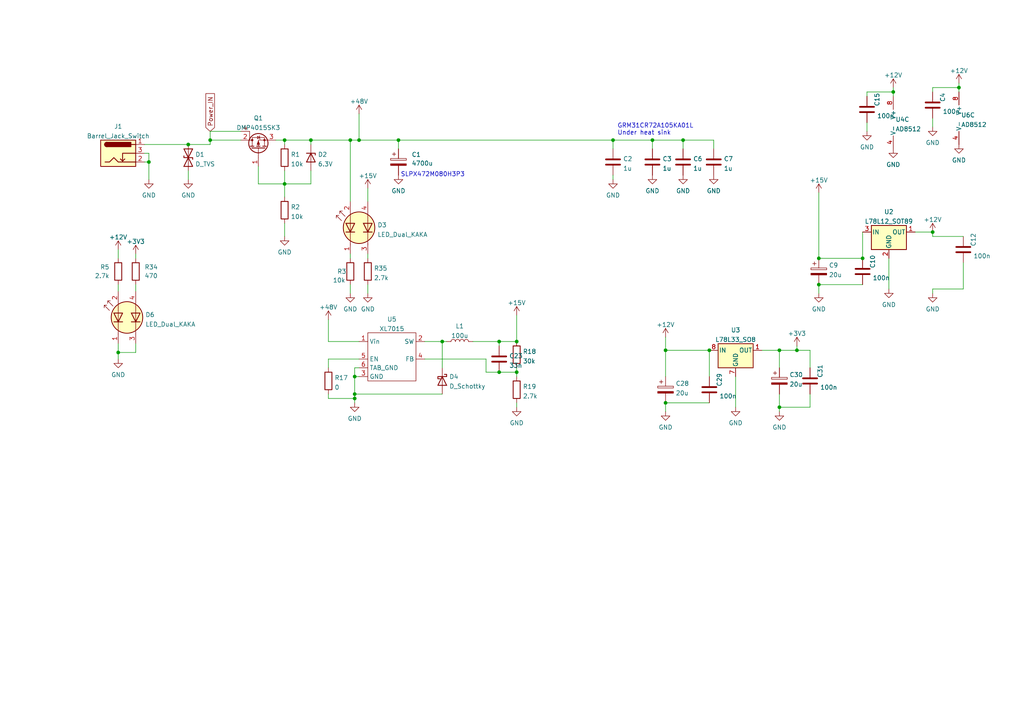
<source format=kicad_sch>
(kicad_sch (version 20231120) (generator "eeschema") (generator_version "8.0")
  (paper "A4")
  (lib_symbols
    (symbol "Amplifier_Operational:NE5532" (pin_names (offset 0.127))
      (property "Reference" "U" (at 0 5.08 0))
      (property "Value" "NE5532" (at 0 -5.08 0))
      (symbol "NE5532_1_1"
        (polyline (pts (xy -5.08 5.08) (xy 5.08 0) (xy -5.08 -5.08) (xy -5.08 5.08)) (stroke (width 0.254)) (fill (type background)))
        (pin output line (at 7.62 0 180) (length 2.54) (name "~") (number "1"))
        (pin input line (at -7.62 -2.54 0) (length 2.54) (name "-") (number "2"))
        (pin input line (at -7.62 2.54 0) (length 2.54) (name "+") (number "3"))
      )
      (symbol "NE5532_2_1"
        (polyline (pts (xy -5.08 5.08) (xy 5.08 0) (xy -5.08 -5.08) (xy -5.08 5.08)) (stroke (width 0.254)) (fill (type background)))
        (pin input line (at -7.62 2.54 0) (length 2.54) (name "+") (number "5"))
        (pin input line (at -7.62 -2.54 0) (length 2.54) (name "-") (number "6"))
        (pin output line (at 7.62 0 180) (length 2.54) (name "~") (number "7"))
      )
      (symbol "NE5532_3_1"
        (pin power_in line (at -2.54 -7.62 90) (length 3.81) (name "V-") (number "4"))
        (pin power_in line (at -2.54 7.62 270) (length 3.81) (name "V+") (number "8"))
      )
    )
    (symbol "Connector:Barrel_Jack_Switch" (pin_names hide)
      (property "Reference" "J" (at 0 5.334 0))
      (property "Value" "Barrel_Jack_Switch" (at 0 -5.08 0))
      (symbol "Barrel_Jack_Switch_0_1"
        (rectangle (start -5.08 3.81) (end 5.08 -3.81) (stroke (width 0.254)) (fill (type background)))
        (arc (start -3.302 3.175) (mid -3.9342 2.54) (end -3.302 1.905) (stroke (width 0.254)))
        (arc (start -3.302 3.175) (mid -3.9342 2.54) (end -3.302 1.905) (stroke (width 0.254)) (fill (type outline)))
        (polyline (pts (xy 1.27 -2.286) (xy 1.905 -1.651)) (stroke (width 0.254)))
        (polyline (pts (xy 5.08 2.54) (xy 3.81 2.54)) (stroke (width 0.254)))
        (polyline (pts (xy 5.08 0) (xy 1.27 0) (xy 1.27 -2.286) (xy 0.635 -1.651)) (stroke (width 0.254)))
        (polyline (pts (xy -3.81 -2.54) (xy -2.54 -2.54) (xy -1.27 -1.27) (xy 0 -2.54) (xy 2.54 -2.54) (xy 5.08 -2.54)) (stroke (width 0.254)))
        (rectangle (start 3.683 3.175) (end -3.302 1.905) (stroke (width 0.254)) (fill (type outline)))
      )
      (symbol "Barrel_Jack_Switch_1_1"
        (pin passive line (at 7.62 2.54 180) (length 2.54) (name "~") (number "1"))
        (pin passive line (at 7.62 -2.54 180) (length 2.54) (name "~") (number "2"))
        (pin passive line (at 7.62 0 180) (length 2.54) (name "~") (number "3"))
      )
    )
    (symbol "Device:C" (pin_numbers hide) (pin_names (offset 0.254))
      (property "Reference" "C" (at 0.635 2.54 0))
      (property "Value" "C" (at 0.635 -2.54 0))
      (symbol "C_0_1"
        (polyline (pts (xy -2.032 -0.762) (xy 2.032 -0.762)) (stroke (width 0.508)))
        (polyline (pts (xy -2.032 0.762) (xy 2.032 0.762)) (stroke (width 0.508)))
      )
      (symbol "C_1_1"
        (pin passive line (at 0 3.81 270) (length 2.794) (name "~") (number "1"))
        (pin passive line (at 0 -3.81 90) (length 2.794) (name "~") (number "2"))
      )
    )
    (symbol "Device:C_Polarized" (pin_numbers hide) (pin_names (offset 0.254))
      (property "Reference" "C" (at 0.635 2.54 0))
      (property "Value" "C_Polarized" (at 0.635 -2.54 0))
      (symbol "C_Polarized_0_1"
        (rectangle (start -2.286 0.508) (end 2.286 1.016))
        (polyline (pts (xy -1.778 2.286) (xy -0.762 2.286)))
        (polyline (pts (xy -1.27 2.794) (xy -1.27 1.778)))
        (rectangle (start 2.286 -0.508) (end -2.286 -1.016) (fill (type outline)))
      )
      (symbol "C_Polarized_1_1"
        (pin passive line (at 0 3.81 270) (length 2.794) (name "~") (number "1"))
        (pin passive line (at 0 -3.81 90) (length 2.794) (name "~") (number "2"))
      )
    )
    (symbol "Device:D_Schottky" (pin_numbers hide) (pin_names (offset 1.016) hide)
      (property "Reference" "D" (at 0 2.54 0))
      (property "Value" "D_Schottky" (at 0 -2.54 0))
      (symbol "D_Schottky_0_1"
        (polyline (pts (xy 1.27 0) (xy -1.27 0)))
        (polyline (pts (xy 1.27 1.27) (xy 1.27 -1.27) (xy -1.27 0) (xy 1.27 1.27)) (stroke (width 0.254)))
        (polyline (pts (xy -1.905 0.635) (xy -1.905 1.27) (xy -1.27 1.27) (xy -1.27 -1.27) (xy -0.635 -1.27) (xy -0.635 -0.635)) (stroke (width 0.254)))
      )
      (symbol "D_Schottky_1_1"
        (pin passive line (at -3.81 0 0) (length 2.54) (name "K") (number "1"))
        (pin passive line (at 3.81 0 180) (length 2.54) (name "A") (number "2"))
      )
    )
    (symbol "Device:D_TVS" (pin_numbers hide) (pin_names (offset 1.016) hide)
      (property "Reference" "D" (at 0 2.54 0))
      (property "Value" "D_TVS" (at 0 -2.54 0))
      (symbol "D_TVS_0_1"
        (polyline (pts (xy 1.27 0) (xy -1.27 0)))
        (polyline (pts (xy 0.508 1.27) (xy 0 1.27) (xy 0 -1.27) (xy -0.508 -1.27)) (stroke (width 0.254)))
        (polyline (pts (xy -2.54 1.27) (xy -2.54 -1.27) (xy 2.54 1.27) (xy 2.54 -1.27) (xy -2.54 1.27)) (stroke (width 0.254)))
      )
      (symbol "D_TVS_1_1"
        (pin passive line (at -3.81 0 0) (length 2.54) (name "A1") (number "1"))
        (pin passive line (at 3.81 0 180) (length 2.54) (name "A2") (number "2"))
      )
    )
    (symbol "Device:D_Zener" (pin_numbers hide) (pin_names (offset 1.016) hide)
      (property "Reference" "D" (at 0 2.54 0))
      (property "Value" "D_Zener" (at 0 -2.54 0))
      (symbol "D_Zener_0_1"
        (polyline (pts (xy 1.27 0) (xy -1.27 0)))
        (polyline (pts (xy -1.27 -1.27) (xy -1.27 1.27) (xy -0.762 1.27)) (stroke (width 0.254)))
        (polyline (pts (xy 1.27 -1.27) (xy 1.27 1.27) (xy -1.27 0) (xy 1.27 -1.27)) (stroke (width 0.254)))
      )
      (symbol "D_Zener_1_1"
        (pin passive line (at -3.81 0 0) (length 2.54) (name "K") (number "1"))
        (pin passive line (at 3.81 0 180) (length 2.54) (name "A") (number "2"))
      )
    )
    (symbol "Device:L" (pin_numbers hide) (pin_names (offset 1.016) hide)
      (property "Reference" "L" (at -1.27 0 90))
      (property "Value" "L" (at 1.905 0 90))
      (symbol "L_0_1"
        (arc (start 0 -2.54) (mid 0.6323 -1.905) (end 0 -1.27))
        (arc (start 0 -1.27) (mid 0.6323 -0.635) (end 0 0))
        (arc (start 0 0) (mid 0.6323 0.635) (end 0 1.27))
        (arc (start 0 1.27) (mid 0.6323 1.905) (end 0 2.54))
      )
      (symbol "L_1_1"
        (pin passive line (at 0 3.81 270) (length 1.27) (name "1") (number "1"))
        (pin passive line (at 0 -3.81 90) (length 1.27) (name "2") (number "2"))
      )
    )
    (symbol "Device:LED_Dual_KAKA" (pin_names (offset 0) hide)
      (property "Reference" "D" (at 0 5.715 0))
      (property "Value" "LED_Dual_KAKA" (at 0 -6.35 0))
      (symbol "LED_Dual_KAKA_0_1"
        (polyline (pts (xy -5.08 -2.54) (xy 2.032 -2.54)))
        (polyline (pts (xy -5.08 2.54) (xy 2.032 2.54)))
        (polyline (pts (xy -1.27 -1.27) (xy -1.27 -3.81)) (stroke (width 0.254)))
        (polyline (pts (xy -1.27 3.81) (xy -1.27 1.27)) (stroke (width 0.254)))
        (polyline (pts (xy 3.81 -2.54) (xy 1.905 -2.54)))
        (polyline (pts (xy 3.81 2.54) (xy 1.905 2.54)))
        (polyline (pts (xy 1.27 -1.27) (xy 1.27 -3.81) (xy -1.27 -2.54) (xy 1.27 -1.27)) (stroke (width 0.254)))
        (polyline (pts (xy 1.27 3.81) (xy 1.27 1.27) (xy -1.27 2.54) (xy 1.27 3.81)) (stroke (width 0.254)))
        (polyline (pts (xy 2.032 5.08) (xy 3.556 6.604) (xy 2.794 6.604) (xy 3.556 6.604) (xy 3.556 5.842)))
        (polyline (pts (xy 3.302 4.064) (xy 4.826 5.588) (xy 4.064 5.588) (xy 4.826 5.588) (xy 4.826 4.826)))
        (circle (center 0 0) (radius 4.572) (stroke (width 0.254)) (fill (type background)))
      )
      (symbol "LED_Dual_KAKA_1_1"
        (pin input line (at -7.62 2.54 0) (length 3.048) (name "A1") (number "1"))
        (pin input line (at 7.62 2.54 180) (length 3.81) (name "K1") (number "2"))
        (pin input line (at -7.62 -2.54 0) (length 3.048) (name "A2") (number "3"))
        (pin input line (at 7.62 -2.54 180) (length 3.81) (name "K2") (number "4"))
      )
    )
    (symbol "Device:R" (pin_numbers hide) (pin_names (offset 0))
      (property "Reference" "R" (at 2.032 0 90))
      (property "Value" "R" (at 0 0 90))
      (symbol "R_0_1"
        (rectangle (start -1.016 -2.54) (end 1.016 2.54) (stroke (width 0.254)))
      )
      (symbol "R_1_1"
        (pin passive line (at 0 3.81 270) (length 1.27) (name "~") (number "1"))
        (pin passive line (at 0 -3.81 90) (length 1.27) (name "~") (number "2"))
      )
    )
    (symbol "Eli:DMP4015SK3" (pin_names (offset 0) hide)
      (property "Reference" "Q" (at 5.08 1.27 0))
      (property "Value" "DMP4015SK3" (at 5.08 -1.27 0))
      (symbol "DMP4015SK3_0_1"
        (polyline (pts (xy 0.254 0) (xy -2.54 0)))
        (polyline (pts (xy 0.254 1.905) (xy 0.254 -1.905)) (stroke (width 0.254)))
        (polyline (pts (xy 0.762 -1.27) (xy 0.762 -2.286)) (stroke (width 0.254)))
        (polyline (pts (xy 0.762 0.508) (xy 0.762 -0.508)) (stroke (width 0.254)))
        (polyline (pts (xy 0.762 2.286) (xy 0.762 1.27)) (stroke (width 0.254)))
        (polyline (pts (xy 2.54 -2.54) (xy 2.54 0) (xy 0.762 0)))
        (polyline (pts (xy 5.08 2.54) (xy 2.54 2.54) (xy 2.54 1.778)))
        (polyline (pts (xy 0.762 1.778) (xy 3.302 1.778) (xy 3.302 -1.778) (xy 0.762 -1.778)))
        (polyline (pts (xy 2.286 0) (xy 1.27 0.381) (xy 1.27 -0.381) (xy 2.286 0)) (fill (type outline)))
        (polyline (pts (xy 2.794 -0.508) (xy 2.921 -0.381) (xy 3.683 -0.381) (xy 3.81 -0.254)))
        (polyline (pts (xy 3.302 -0.381) (xy 2.921 0.254) (xy 3.683 0.254) (xy 3.302 -0.381)))
        (circle (center 1.651 0) (radius 2.794) (stroke (width 0.254)))
        (circle (center 2.54 -1.778) (radius 0.254) (fill (type outline)))
        (circle (center 2.54 1.778) (radius 0.254) (fill (type outline)))
      )
      (symbol "DMP4015SK3_1_1"
        (pin input line (at -5.08 0 0) (length 2.54) (name "G") (number "1"))
        (pin passive line (at 2.54 5.08 270) (length 2.54) (name "D") (number "2"))
        (pin passive line (at 2.54 -5.08 90) (length 2.54) (name "S") (number "3"))
        (pin passive line (at 5.08 5.08 270) (length 2.54) (name "D") (number "4"))
      )
    )
    (symbol "Eli_v6Lib:XL7015"
      (property "Reference" "U" (at 0 0 0))
      (property "Value" "XL7015" (at 0 2.54 0))
      (symbol "XL7015_0_1"
        (rectangle (start -6.35 7.62) (end 7.62 -6.35) (stroke (width 0.1524)))
      )
      (symbol "XL7015_1_1"
        (pin input line (at -8.89 5.08 0) (length 2.54) (name "Vin") (number "1"))
        (pin input line (at 10.16 5.08 180) (length 2.54) (name "SW") (number "2"))
        (pin power_in line (at -8.89 -5.08 0) (length 2.54) (name "GND") (number "3"))
        (pin power_in line (at 10.16 0 180) (length 2.54) (name "FB") (number "4"))
        (pin power_in line (at -8.89 0 0) (length 2.54) (name "EN") (number "5"))
        (pin power_in line (at -8.89 -2.54 0) (length 2.54) (name "TAB_GND") (number "6"))
      )
    )
    (symbol "Regulator_Linear:L78L12_SOT89" (pin_names (offset 0.254))
      (property "Reference" "U" (at -3.81 3.175 0))
      (property "Value" "L78L12_SOT89" (at -0.635 3.175 0))
      (symbol "L78L12_SOT89_0_1"
        (rectangle (start -5.08 1.905) (end 5.08 -5.08) (stroke (width 0.254)) (fill (type background)))
      )
      (symbol "L78L12_SOT89_1_1"
        (pin power_out line (at 7.62 0 180) (length 2.54) (name "OUT") (number "1"))
        (pin power_in line (at 0 -7.62 90) (length 2.54) (name "GND") (number "2"))
        (pin power_in line (at -7.62 0 0) (length 2.54) (name "IN") (number "3"))
      )
    )
    (symbol "Regulator_Linear:L78L33_SO8" (pin_names (offset 0.254))
      (property "Reference" "U" (at -3.81 3.175 0))
      (property "Value" "L78L33_SO8" (at 0 3.175 0))
      (symbol "L78L33_SO8_0_1"
        (rectangle (start -5.08 1.905) (end 5.08 -5.08) (stroke (width 0.254)) (fill (type background)))
      )
      (symbol "L78L33_SO8_1_1"
        (pin power_out line (at 7.62 0 180) (length 2.54) (name "OUT") (number "1"))
        (pin passive line (at 0 -7.62 90) (length 2.54) hide (name "GND") (number "2"))
        (pin passive line (at 0 -7.62 90) (length 2.54) hide (name "GND") (number "3"))
        (pin no_connect line (at -5.08 -2.54 0) (length 2.54) hide (name "NC") (number "4"))
        (pin no_connect line (at 5.08 -2.54 180) (length 2.54) hide (name "NC") (number "5"))
        (pin passive line (at 0 -7.62 90) (length 2.54) hide (name "GND") (number "6"))
        (pin power_in line (at 0 -7.62 90) (length 2.54) (name "GND") (number "7"))
        (pin power_in line (at -7.62 0 0) (length 2.54) (name "IN") (number "8"))
      )
    )
    (symbol "power:+12V" (power) (pin_names (offset 0))
      (property "Value" "+12V" (at 0 3.556 0))
      (symbol "+12V_0_1"
        (polyline (pts (xy -0.762 1.27) (xy 0 2.54)))
        (polyline (pts (xy 0 0) (xy 0 2.54)))
        (polyline (pts (xy 0 2.54) (xy 0.762 1.27)))
      )
      (symbol "+12V_1_1"
        (pin power_in line (at 0 0 90) (length 0) hide (name "+12V") (number "1"))
      )
    )
    (symbol "power:+15V" (power) (pin_names (offset 0))
      (property "Value" "+15V" (at 0 3.556 0))
      (symbol "+15V_0_1"
        (polyline (pts (xy -0.762 1.27) (xy 0 2.54)))
        (polyline (pts (xy 0 0) (xy 0 2.54)))
        (polyline (pts (xy 0 2.54) (xy 0.762 1.27)))
      )
      (symbol "+15V_1_1"
        (pin power_in line (at 0 0 90) (length 0) hide (name "+15V") (number "1"))
      )
    )
    (symbol "power:+3.3V" (power) (pin_names (offset 0))
      (property "Value" "+3.3V" (at 0 3.556 0))
      (symbol "+3.3V_0_1"
        (polyline (pts (xy -0.762 1.27) (xy 0 2.54)))
        (polyline (pts (xy 0 0) (xy 0 2.54)))
        (polyline (pts (xy 0 2.54) (xy 0.762 1.27)))
      )
      (symbol "+3.3V_1_1"
        (pin power_in line (at 0 0 90) (length 0) hide (name "+3V3") (number "1"))
      )
    )
    (symbol "power:+48V" (power) (pin_names (offset 0))
      (property "Value" "+48V" (at 0 3.556 0))
      (symbol "+48V_0_1"
        (polyline (pts (xy -0.762 1.27) (xy 0 2.54)))
        (polyline (pts (xy 0 0) (xy 0 2.54)))
        (polyline (pts (xy 0 2.54) (xy 0.762 1.27)))
      )
      (symbol "+48V_1_1"
        (pin power_in line (at 0 0 90) (length 0) hide (name "+48V") (number "1"))
      )
    )
    (symbol "power:GND" (power) (pin_names (offset 0))
      (property "Value" "GND" (at 0 -3.81 0))
      (symbol "GND_0_1"
        (polyline (pts (xy 0 0) (xy 0 -1.27) (xy 1.27 -1.27) (xy 0 -2.54) (xy -1.27 -1.27) (xy 0 -1.27)))
      )
      (symbol "GND_1_1"
        (pin power_in line (at 0 0 270) (length 0) hide (name "GND") (number "1"))
      )
    )
  )
  (junction (at 226.06 101.6))
  (junction (at 237.49 74.93))
  (junction (at 90.17 40.64))
  (junction (at 54.61 41.91))
  (junction (at 144.78 107.95))
  (junction (at 144.78 99.06))
  (junction (at 60.96 40.64))
  (junction (at 278.13 25.4))
  (junction (at 115.57 40.64))
  (junction (at 250.19 74.93))
  (junction (at 149.86 107.95))
  (junction (at 102.87 115.57))
  (junction (at 270.51 67.31))
  (junction (at 193.04 101.6))
  (junction (at 205.74 101.6))
  (junction (at 104.14 40.64))
  (junction (at 128.27 99.06))
  (junction (at 237.49 82.55))
  (junction (at 102.87 114.3))
  (junction (at 149.86 99.06))
  (junction (at 231.14 101.6))
  (junction (at 102.87 109.22))
  (junction (at 177.8 40.64))
  (junction (at 189.23 40.64))
  (junction (at 226.06 118.11))
  (junction (at 34.29 102.235))
  (junction (at 259.08 26.67))
  (junction (at 101.6 40.64))
  (junction (at 82.55 53.34))
  (junction (at 193.04 116.84))
  (junction (at 43.18 46.99))
  (junction (at 82.55 40.64))
  (junction (at 198.12 40.64))
  (wire (pts (xy 279.4 68.58) (xy 270.51 68.58)))
  (wire (pts (xy 259.08 26.67) (xy 259.08 27.94)))
  (wire (pts (xy 149.86 107.95) (xy 149.86 106.68)))
  (wire (pts (xy 104.14 106.68) (xy 102.87 106.68)))
  (wire (pts (xy 74.93 53.34) (xy 82.55 53.34)))
  (wire (pts (xy 257.81 74.93) (xy 257.81 83.82)))
  (wire (pts (xy 34.29 99.695) (xy 34.29 102.235)))
  (wire (pts (xy 82.55 53.34) (xy 82.55 49.53)))
  (wire (pts (xy 90.17 49.53) (xy 90.17 53.34)))
  (wire (pts (xy 104.14 33.02) (xy 104.14 40.64)))
  (wire (pts (xy 207.01 40.64) (xy 207.01 43.18)))
  (wire (pts (xy 128.27 99.06) (xy 128.27 106.68)))
  (wire (pts (xy 279.4 76.2) (xy 279.4 83.82)))
  (wire (pts (xy 39.37 102.235) (xy 34.29 102.235)))
  (wire (pts (xy 34.29 102.235) (xy 34.29 104.14)))
  (wire (pts (xy 177.8 40.64) (xy 177.8 43.18)))
  (wire (pts (xy 54.61 49.53) (xy 54.61 52.07)))
  (wire (pts (xy 226.06 101.6) (xy 226.06 106.68)))
  (wire (pts (xy 144.78 99.06) (xy 144.78 100.33)))
  (wire (pts (xy 251.46 26.67) (xy 259.08 26.67)))
  (wire (pts (xy 144.78 107.95) (xy 149.86 107.95)))
  (wire (pts (xy 106.68 82.55) (xy 106.68 85.09)))
  (wire (pts (xy 39.37 73.66) (xy 39.37 74.93)))
  (wire (pts (xy 60.96 40.64) (xy 69.85 40.64)))
  (wire (pts (xy 102.87 109.22) (xy 102.87 114.3)))
  (wire (pts (xy 234.95 106.68) (xy 234.95 101.6)))
  (wire (pts (xy 198.12 40.64) (xy 198.12 43.18)))
  (wire (pts (xy 259.08 25.4) (xy 259.08 26.67)))
  (wire (pts (xy 251.46 27.94) (xy 251.46 26.67)))
  (wire (pts (xy 34.29 82.55) (xy 34.29 84.455)))
  (wire (pts (xy 115.57 40.64) (xy 115.57 43.18)))
  (wire (pts (xy 104.14 99.06) (xy 95.25 99.06)))
  (wire (pts (xy 43.18 44.45) (xy 43.18 46.99)))
  (wire (pts (xy 237.49 55.88) (xy 237.49 74.93)))
  (wire (pts (xy 82.55 40.64) (xy 90.17 40.64)))
  (wire (pts (xy 177.8 40.64) (xy 189.23 40.64)))
  (wire (pts (xy 115.57 40.64) (xy 177.8 40.64)))
  (wire (pts (xy 193.04 97.79) (xy 193.04 101.6)))
  (wire (pts (xy 90.17 40.64) (xy 101.6 40.64)))
  (wire (pts (xy 95.25 114.3) (xy 95.25 115.57)))
  (wire (pts (xy 251.46 35.56) (xy 251.46 38.1)))
  (wire (pts (xy 270.51 83.82) (xy 270.51 85.09)))
  (wire (pts (xy 39.37 99.695) (xy 39.37 102.235)))
  (wire (pts (xy 140.97 104.14) (xy 140.97 107.95)))
  (wire (pts (xy 278.13 25.4) (xy 278.13 26.67)))
  (wire (pts (xy 102.87 114.3) (xy 128.27 114.3)))
  (wire (pts (xy 193.04 116.84) (xy 193.04 119.38)))
  (wire (pts (xy 41.91 44.45) (xy 43.18 44.45)))
  (wire (pts (xy 102.87 109.22) (xy 104.14 109.22)))
  (wire (pts (xy 95.25 99.06) (xy 95.25 92.71)))
  (wire (pts (xy 140.97 107.95) (xy 144.78 107.95)))
  (wire (pts (xy 177.8 50.8) (xy 177.8 52.07)))
  (wire (pts (xy 213.36 109.22) (xy 213.36 118.11)))
  (wire (pts (xy 231.14 101.6) (xy 226.06 101.6)))
  (wire (pts (xy 128.27 99.06) (xy 129.54 99.06)))
  (wire (pts (xy 279.4 83.82) (xy 270.51 83.82)))
  (wire (pts (xy 234.95 114.3) (xy 234.95 118.11)))
  (wire (pts (xy 270.51 26.67) (xy 270.51 25.4)))
  (wire (pts (xy 189.23 40.64) (xy 189.23 43.18)))
  (wire (pts (xy 270.51 67.31) (xy 270.51 68.58)))
  (wire (pts (xy 123.19 99.06) (xy 128.27 99.06)))
  (wire (pts (xy 101.6 73.66) (xy 101.6 74.93)))
  (wire (pts (xy 220.98 101.6) (xy 226.06 101.6)))
  (wire (pts (xy 250.19 82.55) (xy 237.49 82.55)))
  (wire (pts (xy 270.51 25.4) (xy 278.13 25.4)))
  (wire (pts (xy 231.14 101.6) (xy 231.14 100.33)))
  (wire (pts (xy 265.43 67.31) (xy 270.51 67.31)))
  (wire (pts (xy 80.01 40.64) (xy 82.55 40.64)))
  (wire (pts (xy 60.96 38.1) (xy 69.85 38.1)))
  (wire (pts (xy 270.51 34.29) (xy 270.51 36.83)))
  (wire (pts (xy 41.91 46.99) (xy 43.18 46.99)))
  (wire (pts (xy 90.17 53.34) (xy 82.55 53.34)))
  (wire (pts (xy 54.61 41.91) (xy 60.96 41.91)))
  (wire (pts (xy 205.74 116.84) (xy 193.04 116.84)))
  (wire (pts (xy 82.55 64.77) (xy 82.55 68.58)))
  (wire (pts (xy 237.49 74.93) (xy 250.19 74.93)))
  (wire (pts (xy 226.06 114.3) (xy 226.06 118.11)))
  (wire (pts (xy 205.74 109.22) (xy 205.74 101.6)))
  (wire (pts (xy 74.93 48.26) (xy 74.93 53.34)))
  (wire (pts (xy 43.18 46.99) (xy 43.18 52.07)))
  (wire (pts (xy 39.37 82.55) (xy 39.37 84.455)))
  (wire (pts (xy 82.55 53.34) (xy 82.55 57.15)))
  (wire (pts (xy 104.14 40.64) (xy 115.57 40.64)))
  (wire (pts (xy 82.55 40.64) (xy 82.55 41.91)))
  (wire (pts (xy 101.6 82.55) (xy 101.6 85.09)))
  (wire (pts (xy 234.95 118.11) (xy 226.06 118.11)))
  (wire (pts (xy 144.78 99.06) (xy 149.86 99.06)))
  (wire (pts (xy 149.86 107.95) (xy 149.86 109.22)))
  (wire (pts (xy 106.68 73.66) (xy 106.68 74.93)))
  (wire (pts (xy 234.95 101.6) (xy 231.14 101.6)))
  (wire (pts (xy 250.19 74.93) (xy 250.19 67.31)))
  (wire (pts (xy 41.91 41.91) (xy 54.61 41.91)))
  (wire (pts (xy 60.96 41.91) (xy 60.96 40.64)))
  (wire (pts (xy 95.25 115.57) (xy 102.87 115.57)))
  (wire (pts (xy 102.87 114.3) (xy 102.87 115.57)))
  (wire (pts (xy 102.87 115.57) (xy 102.87 116.84)))
  (wire (pts (xy 101.6 40.64) (xy 104.14 40.64)))
  (wire (pts (xy 102.87 106.68) (xy 102.87 109.22)))
  (wire (pts (xy 193.04 101.6) (xy 205.74 101.6)))
  (wire (pts (xy 137.16 99.06) (xy 144.78 99.06)))
  (wire (pts (xy 149.86 116.84) (xy 149.86 118.11)))
  (wire (pts (xy 193.04 101.6) (xy 193.04 109.22)))
  (wire (pts (xy 95.25 104.14) (xy 104.14 104.14)))
  (wire (pts (xy 34.29 72.39) (xy 34.29 74.93)))
  (wire (pts (xy 90.17 40.64) (xy 90.17 41.91)))
  (wire (pts (xy 60.96 40.64) (xy 60.96 38.1)))
  (wire (pts (xy 278.13 24.13) (xy 278.13 25.4)))
  (wire (pts (xy 149.86 91.44) (xy 149.86 99.06)))
  (wire (pts (xy 123.19 104.14) (xy 140.97 104.14)))
  (wire (pts (xy 101.6 40.64) (xy 101.6 58.42)))
  (wire (pts (xy 237.49 82.55) (xy 237.49 85.09)))
  (wire (pts (xy 189.23 40.64) (xy 198.12 40.64)))
  (wire (pts (xy 226.06 118.11) (xy 226.06 119.38)))
  (wire (pts (xy 106.68 54.61) (xy 106.68 58.42)))
  (wire (pts (xy 95.25 106.68) (xy 95.25 104.14)))
  (wire (pts (xy 198.12 40.64) (xy 207.01 40.64)))
  (text "GRM31CR72A105KA01L\nUnder heat sink" (at 179.07 39.37 0) (effects (font (size 1.27 1.27)) (justify left bottom)))
  (text "SLPX472M080H3P3" (at 116.205 51.435 0) (effects (font (size 1.27 1.27)) (justify left bottom)))
  (global_label "Power_IN" (shape input) (at 60.96 38.1 90) (property "Intersheetrefs" "${INTERSHEET_REFS}" (effects (hide yes))))
  (symbol (lib_id "Eli:DMP4015SK3") (at 74.93 43.18 90) (unit 1)
    (property "Reference" "Q1" (at 74.93 34.2605 90))
    (property "Value" "DMP4015SK3" (at 74.93 37.0356 90))
    (property "Footprint" "Package_TO_SOT_SMD:TO-252-3_TabPin4" (effects (hide yes)))
  )
  (symbol (lib_id "power:GND") (at 207.01 50.8 0) (unit 1)
    (property "Reference" "#PWR0112" (effects (hide yes)))
    (property "Value" "GND" (at 207.01 55.3625 0))
  )
  (symbol (lib_id "Device:R") (at 149.86 102.87 0) (unit 1)
    (property "Reference" "R18" (at 151.638 101.9615 0) (effects (justify left)))
    (property "Value" "30k" (at 151.638 104.7366 0) (effects (justify left)))
    (property "Footprint" "Resistor_SMD:R_0805_2012Metric" (effects (hide yes)))
  )
  (symbol (lib_id "Regulator_Linear:L78L12_SOT89") (at 257.81 67.31 0) (unit 1)
    (property "Reference" "U2" (at 257.81 61.4385 0))
    (property "Value" "L78L12_SOT89" (at 257.81 64.2136 0))
    (property "Footprint" "Package_TO_SOT_SMD:SOT-89-3" (effects (hide yes)))
    (property "Datasheet" "http://www.st.com/content/ccc/resource/technical/document/datasheet/15/55/e5/aa/23/5b/43/fd/CD00000446.pdf/files/CD00000446.pdf/jcr:content/translations/en.CD00000446.pdf" (effects (hide yes)))
  )
  (symbol (lib_id "Device:C_Polarized") (at 193.04 113.03 0) (unit 1)
    (property "Reference" "C28" (at 195.961 111.2325 0) (effects (justify left)))
    (property "Value" "20u" (at 195.961 114.0076 0) (effects (justify left)))
    (property "Footprint" "Capacitor_THT:CP_Radial_D5.0mm_P2.50mm" (effects (hide yes)))
  )
  (symbol (lib_id "Device:C_Polarized") (at 115.57 46.99 0) (unit 1)
    (property "Reference" "C1" (at 119.38 44.8309 0) (effects (justify left)))
    (property "Value" "4700u" (at 119.38 47.3709 0) (effects (justify left)))
    (property "Footprint" "Capacitor_THT:CP_Radial_D35.0mm_P10.00mm_SnapIn" (effects (hide yes)))
  )
  (symbol (lib_id "power:GND") (at 149.86 118.11 0) (unit 1)
    (property "Reference" "#PWR0135" (effects (hide yes)))
    (property "Value" "GND" (at 149.86 122.6725 0))
  )
  (symbol (lib_id "Device:D_Zener") (at 90.17 45.72 270) (unit 1)
    (property "Reference" "D2" (at 92.202 44.8115 90) (effects (justify left)))
    (property "Value" "6.3V" (at 92.202 47.5866 90) (effects (justify left)))
    (property "Footprint" "Diode_SMD:D_SOD-123" (effects (hide yes)))
  )
  (symbol (lib_id "power:GND") (at 43.18 52.07 0) (unit 1)
    (property "Reference" "#PWR0101" (effects (hide yes)))
    (property "Value" "GND" (at 43.18 56.6325 0))
  )
  (symbol (lib_id "Device:D_Schottky") (at 128.27 110.49 270) (unit 1)
    (property "Reference" "D4" (at 130.302 109.264 90) (effects (justify left)))
    (property "Value" "D_Schottky" (at 130.302 112.0391 90) (effects (justify left)))
    (property "Footprint" "Diode_SMD:D_SOD-123" (effects (hide yes)))
  )
  (symbol (lib_id "Device:C_Polarized") (at 226.06 110.49 0) (unit 1)
    (property "Reference" "C30" (at 228.981 108.6925 0) (effects (justify left)))
    (property "Value" "20u" (at 228.981 111.4676 0) (effects (justify left)))
    (property "Footprint" "Capacitor_THT:CP_Radial_D5.0mm_P2.50mm" (effects (hide yes)))
  )
  (symbol (lib_id "Device:LED_Dual_KAKA") (at 104.14 66.04 90) (unit 1)
    (property "Reference" "D3" (at 109.474 65.2585 90) (effects (justify right)))
    (property "Value" "LED_Dual_KAKA" (at 109.474 68.0336 90) (effects (justify right)))
    (property "Footprint" "Eli_Lib:IC4_WP934EB_2GD_KNB" (effects (hide yes)))
  )
  (symbol (lib_id "power:GND") (at 251.46 38.1 0) (unit 1)
    (property "Reference" "#PWR0128" (effects (hide yes)))
    (property "Value" "GND" (at 251.46 42.6625 0))
  )
  (symbol (lib_id "power:GND") (at 54.61 52.07 0) (unit 1)
    (property "Reference" "#PWR0104" (effects (hide yes)))
    (property "Value" "GND" (at 54.61 56.6325 0))
  )
  (symbol (lib_id "power:GND") (at 270.51 85.09 0) (unit 1)
    (property "Reference" "#PWR0117" (effects (hide yes)))
    (property "Value" "GND" (at 270.51 89.6525 0))
  )
  (symbol (lib_id "Device:R") (at 82.55 45.72 0) (unit 1)
    (property "Reference" "R1" (at 84.328 44.8115 0) (effects (justify left)))
    (property "Value" "10k" (at 84.328 47.5866 0) (effects (justify left)))
    (property "Footprint" "Resistor_SMD:R_0805_2012Metric" (effects (hide yes)))
  )
  (symbol (lib_id "power:GND") (at 257.81 83.82 0) (unit 1)
    (property "Reference" "#PWR0116" (effects (hide yes)))
    (property "Value" "GND" (at 257.81 88.3825 0))
  )
  (symbol (lib_id "power:+48V") (at 95.25 92.71 0) (unit 1)
    (property "Reference" "#PWR0137" (effects (hide yes)))
    (property "Value" "+48V" (at 95.25 89.1055 0))
  )
  (symbol (lib_id "power:GND") (at 270.51 36.83 0) (unit 1)
    (property "Reference" "#PWR0164" (effects (hide yes)))
    (property "Value" "GND" (at 270.51 41.3925 0))
  )
  (symbol (lib_id "power:GND") (at 237.49 85.09 0) (unit 1)
    (property "Reference" "#PWR0115" (effects (hide yes)))
    (property "Value" "GND" (at 237.49 89.6525 0))
  )
  (symbol (lib_id "power:GND") (at 226.06 119.38 0) (unit 1)
    (property "Reference" "#PWR0145" (effects (hide yes)))
    (property "Value" "GND" (at 226.06 123.9425 0))
  )
  (symbol (lib_id "Device:C_Polarized") (at 237.49 78.74 0) (unit 1)
    (property "Reference" "C9" (at 240.411 76.9425 0) (effects (justify left)))
    (property "Value" "20u" (at 240.411 79.7176 0) (effects (justify left)))
    (property "Footprint" "Capacitor_THT:CP_Radial_D5.0mm_P2.50mm" (effects (hide yes)))
  )
  (symbol (lib_id "power:GND") (at 82.55 68.58 0) (unit 1)
    (property "Reference" "#PWR0105" (effects (hide yes)))
    (property "Value" "GND" (at 82.55 73.1425 0))
  )
  (symbol (lib_id "Device:C") (at 177.8 46.99 0) (unit 1)
    (property "Reference" "C2" (at 180.721 46.0815 0) (effects (justify left)))
    (property "Value" "1u" (at 180.721 48.8566 0) (effects (justify left)))
    (property "Footprint" "Capacitor_SMD:C_1206_3216Metric" (effects (hide yes)))
  )
  (symbol (lib_id "power:GND") (at 101.6 85.09 0) (unit 1)
    (property "Reference" "#PWR0102" (effects (hide yes)))
    (property "Value" "GND" (at 101.6 89.6525 0))
  )
  (symbol (lib_id "Device:D_TVS") (at 54.61 45.72 90) (unit 1)
    (property "Reference" "D1" (at 56.642 44.8115 90) (effects (justify right)))
    (property "Value" "D_TVS" (at 56.642 47.5866 90) (effects (justify right)))
    (property "Footprint" "Diode_SMD:D_SOD-123" (effects (hide yes)))
  )
  (symbol (lib_id "power:GND") (at 198.12 50.8 0) (unit 1)
    (property "Reference" "#PWR0111" (effects (hide yes)))
    (property "Value" "GND" (at 198.12 55.3625 0))
  )
  (symbol (lib_id "Device:C") (at 270.51 30.48 0) (unit 1)
    (property "Reference" "C4" (at 273.431 29.5715 90) (effects (justify left)))
    (property "Value" "100n" (at 273.431 32.3466 0) (effects (justify left)))
    (property "Footprint" "Capacitor_SMD:C_0805_2012Metric" (effects (hide yes)))
  )
  (symbol (lib_id "Connector:Barrel_Jack_Switch") (at 34.29 44.45 0) (unit 1)
    (property "Reference" "J1" (at 34.29 36.6735 0))
    (property "Value" "Barrel_Jack_Switch" (at 34.29 39.4486 0))
    (property "Footprint" "Connector_BarrelJack:BarrelJack_GCT_DCJ200-10-A_Horizontal" (effects (hide yes)))
  )
  (symbol (lib_id "Device:LED_Dual_KAKA") (at 36.83 92.075 90) (unit 1)
    (property "Reference" "D6" (at 42.164 91.2935 90) (effects (justify right)))
    (property "Value" "LED_Dual_KAKA" (at 42.164 94.0686 90) (effects (justify right)))
    (property "Footprint" "Eli_Lib:IC4_WP934EB_2GD_KNB" (effects (hide yes)))
  )
  (symbol (lib_id "power:+12V") (at 34.29 72.39 0) (unit 1)
    (property "Reference" "#PWR0118" (effects (hide yes)))
    (property "Value" "+12V" (at 34.29 68.7855 0))
  )
  (symbol (lib_id "power:GND") (at 115.57 50.8 0) (unit 1)
    (property "Reference" "#PWR0106" (effects (hide yes)))
    (property "Value" "GND" (at 115.57 55.3625 0))
  )
  (symbol (lib_id "power:+12V") (at 270.51 67.31 0) (unit 1)
    (property "Reference" "#PWR0119" (effects (hide yes)))
    (property "Value" "+12V" (at 270.51 63.7055 0))
  )
  (symbol (lib_id "power:GND") (at 34.29 104.14 0) (unit 1)
    (property "Reference" "#PWR0109" (effects (hide yes)))
    (property "Value" "GND" (at 34.29 108.7025 0))
  )
  (symbol (lib_id "power:+12V") (at 259.08 25.4 0) (unit 1)
    (property "Reference" "#PWR0129" (effects (hide yes)))
    (property "Value" "+12V" (at 259.08 21.7955 0))
  )
  (symbol (lib_id "Device:L") (at 133.35 99.06 90) (unit 1)
    (property "Reference" "L1" (at 133.35 94.5855 90))
    (property "Value" "100u" (at 133.35 97.3606 90))
    (property "Footprint" "Eli_Lib:MWPY8040" (effects (hide yes)))
    (property "LCSC" "C501759" (effects (hide yes)))
  )
  (symbol (lib_id "Device:R") (at 82.55 60.96 0) (unit 1)
    (property "Reference" "R2" (at 84.328 60.0515 0) (effects (justify left)))
    (property "Value" "10k" (at 84.328 62.8266 0) (effects (justify left)))
    (property "Footprint" "Resistor_SMD:R_0805_2012Metric" (effects (hide yes)))
  )
  (symbol (lib_id "power:GND") (at 189.23 50.8 0) (unit 1)
    (property "Reference" "#PWR0107" (effects (hide yes)))
    (property "Value" "GND" (at 189.23 55.3625 0))
  )
  (symbol (lib_id "power:+3.3V") (at 39.37 73.66 0) (unit 1)
    (property "Reference" "#PWR0110" (effects (hide yes)))
    (property "Value" "+3V3" (at 39.37 70.0555 0))
  )
  (symbol (lib_id "power:GND") (at 259.08 43.18 0) (unit 1)
    (property "Reference" "#PWR0127" (effects (hide yes)))
    (property "Value" "GND" (at 259.08 47.7425 0))
  )
  (symbol (lib_id "power:GND") (at 193.04 119.38 0) (unit 1)
    (property "Reference" "#PWR0149" (effects (hide yes)))
    (property "Value" "GND" (at 193.04 123.9425 0))
  )
  (symbol (lib_id "Device:R") (at 149.86 113.03 0) (unit 1)
    (property "Reference" "R19" (at 151.638 112.1215 0) (effects (justify left)))
    (property "Value" "2.7k" (at 151.638 114.8966 0) (effects (justify left)))
    (property "Footprint" "Resistor_SMD:R_0805_2012Metric" (effects (hide yes)))
  )
  (symbol (lib_id "Device:C") (at 205.74 113.03 0) (unit 1)
    (property "Reference" "C29" (at 208.661 112.1215 90) (effects (justify left)))
    (property "Value" "100n" (at 208.661 114.8966 0) (effects (justify left)))
    (property "Footprint" "Capacitor_SMD:C_0805_2012Metric" (effects (hide yes)))
  )
  (symbol (lib_id "Device:C") (at 250.19 78.74 0) (unit 1)
    (property "Reference" "C10" (at 253.111 77.8315 90) (effects (justify left)))
    (property "Value" "100n" (at 253.111 80.6066 0) (effects (justify left)))
    (property "Footprint" "Capacitor_SMD:C_0805_2012Metric" (effects (hide yes)))
  )
  (symbol (lib_id "power:+15V") (at 237.49 55.88 0) (unit 1)
    (property "Reference" "#PWR0134" (effects (hide yes)))
    (property "Value" "+15V" (at 237.49 52.2755 0))
  )
  (symbol (lib_id "Regulator_Linear:L78L33_SO8") (at 213.36 101.6 0) (unit 1)
    (property "Reference" "U3" (at 213.36 95.7285 0))
    (property "Value" "L78L33_SO8" (at 213.36 98.5036 0))
    (property "Footprint" "Package_SO:SOIC-8_3.9x4.9mm_P1.27mm" (effects (hide yes)))
    (property "Datasheet" "http://www.st.com/content/ccc/resource/technical/document/datasheet/15/55/e5/aa/23/5b/43/fd/CD00000446.pdf/files/CD00000446.pdf/jcr:content/translations/en.CD00000446.pdf" (effects (hide yes)))
  )
  (symbol (lib_id "power:+15V") (at 106.68 54.61 0) (unit 1)
    (property "Reference" "#PWR0141" (effects (hide yes)))
    (property "Value" "+15V" (at 106.68 51.0055 0))
  )
  (symbol (lib_id "Device:R") (at 95.25 110.49 0) (unit 1)
    (property "Reference" "R17" (at 97.028 109.5815 0) (effects (justify left)))
    (property "Value" "0" (at 97.028 112.3566 0) (effects (justify left)))
    (property "Footprint" "Resistor_SMD:R_0805_2012Metric" (effects (hide yes)))
  )
  (symbol (lib_id "power:+12V") (at 278.13 24.13 0) (unit 1)
    (property "Reference" "#PWR0165" (effects (hide yes)))
    (property "Value" "+12V" (at 278.13 20.5255 0))
  )
  (symbol (lib_id "Device:C") (at 198.12 46.99 0) (unit 1)
    (property "Reference" "C6" (at 201.041 46.0815 0) (effects (justify left)))
    (property "Value" "1u" (at 201.041 48.8566 0) (effects (justify left)))
    (property "Footprint" "Capacitor_SMD:C_1206_3216Metric" (effects (hide yes)))
  )
  (symbol (lib_id "Device:C") (at 251.46 31.75 0) (unit 1)
    (property "Reference" "C15" (at 254.381 30.8415 90) (effects (justify left)))
    (property "Value" "100n" (at 254.381 33.6166 0) (effects (justify left)))
    (property "Footprint" "Capacitor_SMD:C_0805_2012Metric" (effects (hide yes)))
  )
  (symbol (lib_id "power:+12V") (at 193.04 97.79 0) (unit 1)
    (property "Reference" "#PWR0148" (effects (hide yes)))
    (property "Value" "+12V" (at 193.04 94.1855 0))
  )
  (symbol (lib_id "power:GND") (at 106.68 85.09 0) (unit 1)
    (property "Reference" "#PWR0108" (effects (hide yes)))
    (property "Value" "GND" (at 106.68 89.6525 0))
  )
  (symbol (lib_id "power:+48V") (at 104.14 33.02 0) (unit 1)
    (property "Reference" "#PWR0103" (effects (hide yes)))
    (property "Value" "+48V" (at 104.14 29.4155 0))
  )
  (symbol (lib_id "power:GND") (at 177.8 52.07 0) (unit 1)
    (property "Reference" "#PWR0113" (effects (hide yes)))
    (property "Value" "GND" (at 177.8 56.6325 0))
  )
  (symbol (lib_id "Device:C") (at 189.23 46.99 0) (unit 1)
    (property "Reference" "C3" (at 192.151 46.0815 0) (effects (justify left)))
    (property "Value" "1u" (at 192.151 48.8566 0) (effects (justify left)))
    (property "Footprint" "Capacitor_SMD:C_1206_3216Metric" (effects (hide yes)))
  )
  (symbol (lib_id "Amplifier_Operational:NE5532") (at 280.67 34.29 0) (unit 3)
    (property "Reference" "U6" (at 278.765 33.3815 0) (effects (justify left)))
    (property "Value" "AD8512" (at 278.765 36.1566 0) (effects (justify left)))
    (property "Footprint" "Package_SO:SO-8_3.9x4.9mm_P1.27mm" (effects (hide yes)))
    (property "Datasheet" "https://www.analog.com/media/en/technical-documentation/data-sheets/AD8510_8512_8513.pdf" (effects (hide yes)))
  )
  (symbol (lib_id "power:+3.3V") (at 231.14 100.33 0) (unit 1)
    (property "Reference" "#PWR0147" (effects (hide yes)))
    (property "Value" "+3V3" (at 231.14 96.7255 0))
  )
  (symbol (lib_id "power:GND") (at 278.13 41.91 0) (unit 1)
    (property "Reference" "#PWR0163" (effects (hide yes)))
    (property "Value" "GND" (at 278.13 46.4725 0))
  )
  (symbol (lib_id "Device:R") (at 34.29 78.74 0) (mirror x) (unit 1)
    (property "Reference" "R5" (at 31.75 77.4699 0) (effects (justify right)))
    (property "Value" "2.7k" (at 31.75 80.0099 0) (effects (justify right)))
    (property "Footprint" "Resistor_SMD:R_0805_2012Metric" (effects (hide yes)))
  )
  (symbol (lib_id "Device:C") (at 207.01 46.99 0) (unit 1)
    (property "Reference" "C7" (at 209.931 46.0815 0) (effects (justify left)))
    (property "Value" "1u" (at 209.931 48.8566 0) (effects (justify left)))
    (property "Footprint" "Capacitor_SMD:C_1206_3216Metric" (effects (hide yes)))
  )
  (symbol (lib_id "Device:C") (at 144.78 104.14 0) (unit 1)
    (property "Reference" "C23" (at 147.701 103.2315 0) (effects (justify left)))
    (property "Value" "33n" (at 147.701 106.0066 0) (effects (justify left)))
    (property "Footprint" "Capacitor_SMD:C_0805_2012Metric" (effects (hide yes)))
  )
  (symbol (lib_id "Device:R") (at 101.6 78.74 0) (unit 1)
    (property "Reference" "R3" (at 97.79 78.74 0) (effects (justify left)))
    (property "Value" "10k" (at 96.52 81.28 0) (effects (justify left)))
    (property "Footprint" "Resistor_SMD:R_0805_2012Metric" (effects (hide yes)))
  )
  (symbol (lib_id "Amplifier_Operational:NE5532") (at 261.62 35.56 0) (unit 3)
    (property "Reference" "U4" (at 259.715 34.6515 0) (effects (justify left)))
    (property "Value" "AD8512" (at 259.715 37.4266 0) (effects (justify left)))
    (property "Footprint" "Package_SO:SO-8_3.9x4.9mm_P1.27mm" (effects (hide yes)))
    (property "Datasheet" "https://www.analog.com/media/en/technical-documentation/data-sheets/AD8510_8512_8513.pdf" (effects (hide yes)))
  )
  (symbol (lib_id "Device:R") (at 39.37 78.74 0) (unit 1)
    (property "Reference" "R34" (at 41.91 77.4699 0) (effects (justify left)))
    (property "Value" "470" (at 41.91 80.0099 0) (effects (justify left)))
    (property "Footprint" "Resistor_SMD:R_0805_2012Metric" (effects (hide yes)))
  )
  (symbol (lib_id "Device:R") (at 106.68 78.74 0) (mirror y) (unit 1)
    (property "Reference" "R35" (at 108.458 77.8315 0) (effects (justify right)))
    (property "Value" "2.7k" (at 108.458 80.6066 0) (effects (justify right)))
    (property "Footprint" "Resistor_SMD:R_0805_2012Metric" (effects (hide yes)))
  )
  (symbol (lib_id "power:+15V") (at 149.86 91.44 0) (unit 1)
    (property "Reference" "#PWR0138" (effects (hide yes)))
    (property "Value" "+15V" (at 149.86 87.8355 0))
  )
  (symbol (lib_id "power:GND") (at 213.36 118.11 0) (unit 1)
    (property "Reference" "#PWR0146" (effects (hide yes)))
    (property "Value" "GND" (at 213.36 122.6725 0))
  )
  (symbol (lib_id "power:GND") (at 102.87 116.84 0) (unit 1)
    (property "Reference" "#PWR0136" (effects (hide yes)))
    (property "Value" "GND" (at 102.87 121.4025 0))
  )
  (symbol (lib_id "Eli_v6Lib:XL7015") (at 113.03 104.14 0) (unit 1)
    (property "Reference" "U5" (at 113.665 92.6043 0))
    (property "Value" "XL7015" (at 113.665 95.3794 0))
    (property "Footprint" "Package_TO_SOT_SMD:TO-252-5_TabPin6" (effects (hide yes)))
  )
  (symbol (lib_id "Device:C") (at 279.4 72.39 0) (unit 1)
    (property "Reference" "C12" (at 282.321 71.4815 90) (effects (justify left)))
    (property "Value" "100n" (at 282.321 74.2566 0) (effects (justify left)))
    (property "Footprint" "Capacitor_SMD:C_0805_2012Metric" (effects (hide yes)))
  )
  (symbol (lib_id "Device:C") (at 234.95 110.49 0) (unit 1)
    (property "Reference" "C31" (at 237.871 109.5815 90) (effects (justify left)))
    (property "Value" "100n" (at 237.871 112.3566 0) (effects (justify left)))
    (property "Footprint" "Capacitor_SMD:C_0805_2012Metric" (effects (hide yes)))
  )
)
</source>
